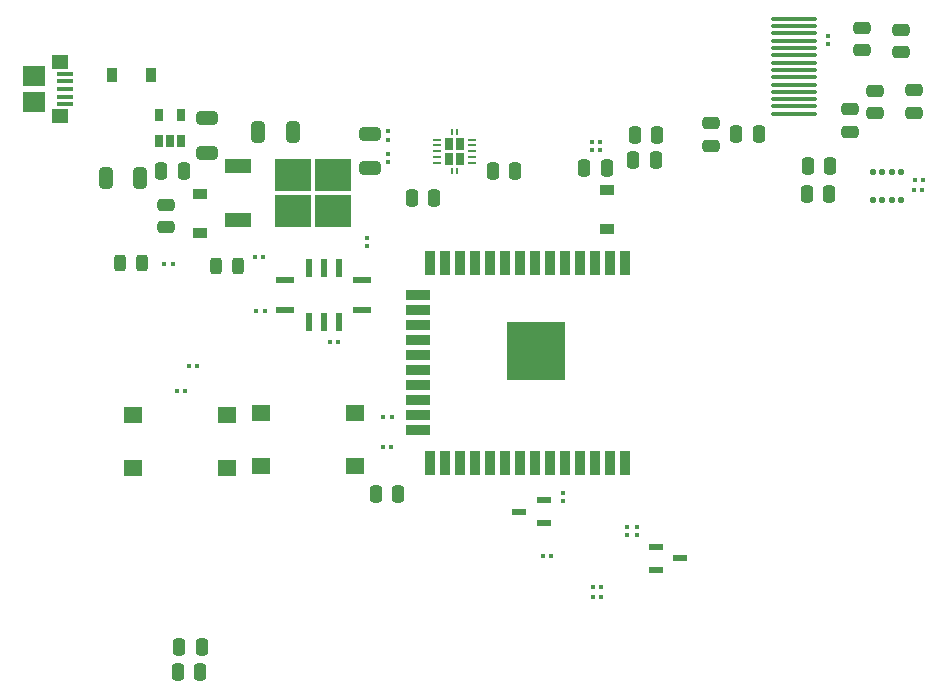
<source format=gbr>
%TF.GenerationSoftware,KiCad,Pcbnew,(5.99.0-8928-gc255dede17)*%
%TF.CreationDate,2021-02-10T00:55:28-08:00*%
%TF.ProjectId,smbpcb,736d6270-6362-42e6-9b69-6361645f7063,rev?*%
%TF.SameCoordinates,Original*%
%TF.FileFunction,Paste,Top*%
%TF.FilePolarity,Positive*%
%FSLAX46Y46*%
G04 Gerber Fmt 4.6, Leading zero omitted, Abs format (unit mm)*
G04 Created by KiCad (PCBNEW (5.99.0-8928-gc255dede17)) date 2021-02-10 00:55:28*
%MOMM*%
%LPD*%
G01*
G04 APERTURE LIST*
G04 Aperture macros list*
%AMRoundRect*
0 Rectangle with rounded corners*
0 $1 Rounding radius*
0 $2 $3 $4 $5 $6 $7 $8 $9 X,Y pos of 4 corners*
0 Add a 4 corners polygon primitive as box body*
4,1,4,$2,$3,$4,$5,$6,$7,$8,$9,$2,$3,0*
0 Add four circle primitives for the rounded corners*
1,1,$1+$1,$2,$3*
1,1,$1+$1,$4,$5*
1,1,$1+$1,$6,$7*
1,1,$1+$1,$8,$9*
0 Add four rect primitives between the rounded corners*
20,1,$1+$1,$2,$3,$4,$5,0*
20,1,$1+$1,$4,$5,$6,$7,0*
20,1,$1+$1,$6,$7,$8,$9,0*
20,1,$1+$1,$8,$9,$2,$3,0*%
G04 Aperture macros list end*
%ADD10R,0.900000X1.200000*%
%ADD11RoundRect,0.079500X-0.079500X-0.100500X0.079500X-0.100500X0.079500X0.100500X-0.079500X0.100500X0*%
%ADD12R,0.650000X1.060000*%
%ADD13RoundRect,0.250000X-0.250000X-0.475000X0.250000X-0.475000X0.250000X0.475000X-0.250000X0.475000X0*%
%ADD14RoundRect,0.250000X0.650000X-0.325000X0.650000X0.325000X-0.650000X0.325000X-0.650000X-0.325000X0*%
%ADD15R,3.050000X2.750000*%
%ADD16R,2.200000X1.200000*%
%ADD17RoundRect,0.250000X-0.325000X-0.650000X0.325000X-0.650000X0.325000X0.650000X-0.325000X0.650000X0*%
%ADD18RoundRect,0.079500X-0.100500X0.079500X-0.100500X-0.079500X0.100500X-0.079500X0.100500X0.079500X0*%
%ADD19RoundRect,0.250000X0.250000X0.475000X-0.250000X0.475000X-0.250000X-0.475000X0.250000X-0.475000X0*%
%ADD20RoundRect,0.079500X0.079500X0.100500X-0.079500X0.100500X-0.079500X-0.100500X0.079500X-0.100500X0*%
%ADD21RoundRect,0.250000X-0.475000X0.250000X-0.475000X-0.250000X0.475000X-0.250000X0.475000X0.250000X0*%
%ADD22RoundRect,0.125000X0.125000X0.137500X-0.125000X0.137500X-0.125000X-0.137500X0.125000X-0.137500X0*%
%ADD23RoundRect,0.250000X0.475000X-0.250000X0.475000X0.250000X-0.475000X0.250000X-0.475000X-0.250000X0*%
%ADD24O,0.800000X0.230000*%
%ADD25R,0.230000X0.230000*%
%ADD26R,0.260000X0.500000*%
%ADD27R,0.680000X1.050000*%
%ADD28RoundRect,0.079500X0.100500X-0.079500X0.100500X0.079500X-0.100500X0.079500X-0.100500X-0.079500X0*%
%ADD29R,1.600000X1.400000*%
%ADD30R,1.400000X0.400000*%
%ADD31R,1.900000X1.750000*%
%ADD32R,1.450000X1.150000*%
%ADD33R,1.200000X0.900000*%
%ADD34R,1.300000X0.600000*%
%ADD35RoundRect,0.250000X-0.650000X0.325000X-0.650000X-0.325000X0.650000X-0.325000X0.650000X0.325000X0*%
%ADD36RoundRect,0.243750X-0.243750X-0.456250X0.243750X-0.456250X0.243750X0.456250X-0.243750X0.456250X0*%
%ADD37O,4.000000X0.320000*%
%ADD38R,0.600000X1.500000*%
%ADD39R,1.500000X0.600000*%
%ADD40R,0.900000X2.000000*%
%ADD41R,2.000000X0.900000*%
%ADD42R,5.000000X5.000000*%
G04 APERTURE END LIST*
D10*
%TO.C,D5*%
X78600000Y-23850000D03*
X81900000Y-23850000D03*
%TD*%
D11*
%TO.C,R28*%
X83695000Y-39850000D03*
X83005000Y-39850000D03*
%TD*%
%TO.C,R26*%
X85745000Y-48500000D03*
X85055000Y-48500000D03*
%TD*%
D12*
%TO.C,U1*%
X82550000Y-29450000D03*
X83500000Y-29450000D03*
X84450000Y-29450000D03*
X84450000Y-27250000D03*
X82550000Y-27250000D03*
%TD*%
D13*
%TO.C,C9*%
X118550000Y-31750000D03*
X120450000Y-31750000D03*
%TD*%
D14*
%TO.C,C3*%
X100380800Y-31780200D03*
X100380800Y-28830200D03*
%TD*%
D13*
%TO.C,R8*%
X122725000Y-31050000D03*
X124625000Y-31050000D03*
%TD*%
D15*
%TO.C,Q1*%
X93897000Y-32333200D03*
X97247000Y-35383200D03*
X97247000Y-32333200D03*
X93897000Y-35383200D03*
D16*
X89272000Y-31578200D03*
X89272000Y-36138200D03*
%TD*%
D17*
%TO.C,R1*%
X78025000Y-32600000D03*
X80975000Y-32600000D03*
%TD*%
D18*
%TO.C,R11*%
X116757500Y-59909000D03*
X116757500Y-59219000D03*
%TD*%
D19*
%TO.C,C7*%
X133331000Y-28827300D03*
X131431000Y-28827300D03*
%TD*%
D20*
%TO.C,R15*%
X119305000Y-68100000D03*
X119995000Y-68100000D03*
%TD*%
D21*
%TO.C,C10*%
X146456400Y-25161200D03*
X146456400Y-27061200D03*
%TD*%
%TO.C,C8*%
X143154400Y-25212000D03*
X143154400Y-27112000D03*
%TD*%
D22*
%TO.C,U5*%
X145403300Y-34417400D03*
X144603300Y-34417400D03*
X143803300Y-34417400D03*
X143003300Y-34417400D03*
X143003300Y-32042400D03*
X143803300Y-32042400D03*
X144603300Y-32042400D03*
X145403300Y-32042400D03*
%TD*%
D13*
%TO.C,R22*%
X84250000Y-72300000D03*
X86150000Y-72300000D03*
%TD*%
D23*
%TO.C,C14*%
X145389600Y-21930400D03*
X145389600Y-20030400D03*
%TD*%
D13*
%TO.C,L1*%
X103950200Y-34242200D03*
X105850200Y-34242200D03*
%TD*%
D24*
%TO.C,U2*%
X109042200Y-31330600D03*
D25*
X109327200Y-31330600D03*
D24*
X109042200Y-30830600D03*
D25*
X109327200Y-30830600D03*
D24*
X109042200Y-30330600D03*
D25*
X109327200Y-30330600D03*
D24*
X109042200Y-29830600D03*
D25*
X109327200Y-29830600D03*
D24*
X109042200Y-29330600D03*
D25*
X109327200Y-29330600D03*
D24*
X106092200Y-29330600D03*
D25*
X105807200Y-29330600D03*
D24*
X106092200Y-29830600D03*
D25*
X105807200Y-29830600D03*
X105807200Y-30330600D03*
D24*
X106092200Y-30330600D03*
D25*
X105807200Y-30830600D03*
D24*
X106092200Y-30830600D03*
D25*
X105807200Y-31330600D03*
D24*
X106092200Y-31330600D03*
D26*
X107317200Y-28700600D03*
D27*
X108017200Y-30965600D03*
X107117200Y-30965600D03*
X107117200Y-29695600D03*
D26*
X107817200Y-31960600D03*
D27*
X108017200Y-29695600D03*
D26*
X107317200Y-31960600D03*
X107817200Y-28700600D03*
%TD*%
D11*
%TO.C,C12*%
X147189900Y-33636300D03*
X146499900Y-33636300D03*
%TD*%
%TO.C,R24*%
X102195000Y-55400000D03*
X101505000Y-55400000D03*
%TD*%
D23*
%TO.C,C5*%
X83132400Y-36767000D03*
X83132400Y-34867000D03*
%TD*%
D28*
%TO.C,R2*%
X101979200Y-31234400D03*
X101979200Y-30544400D03*
%TD*%
D20*
%TO.C,C16*%
X84105000Y-50600000D03*
X84795000Y-50600000D03*
%TD*%
%TO.C,R20*%
X90805000Y-43815000D03*
X91495000Y-43815000D03*
%TD*%
D29*
%TO.C,SW2*%
X80350000Y-52650000D03*
X88350000Y-52650000D03*
X80350000Y-57150000D03*
X88350000Y-57150000D03*
%TD*%
D30*
%TO.C,J1*%
X74600000Y-23750000D03*
X74600000Y-24400000D03*
X74600000Y-25050000D03*
X74600000Y-25700000D03*
X74600000Y-26350000D03*
D31*
X71950000Y-26175000D03*
X71950000Y-23925000D03*
D32*
X74180000Y-27370000D03*
X74180000Y-22730000D03*
%TD*%
D33*
%TO.C,D2*%
X120500000Y-36900000D03*
X120500000Y-33600000D03*
%TD*%
D11*
%TO.C,R6*%
X119225000Y-29500000D03*
X119915000Y-29500000D03*
%TD*%
%TO.C,R13*%
X115055000Y-64600000D03*
X115745000Y-64600000D03*
%TD*%
D17*
%TO.C,C2*%
X90975000Y-28700000D03*
X93925000Y-28700000D03*
%TD*%
D11*
%TO.C,R25*%
X91345000Y-39250000D03*
X90655000Y-39250000D03*
%TD*%
D34*
%TO.C,Q2*%
X115140500Y-61784000D03*
X115140500Y-59884000D03*
X113040500Y-60834000D03*
%TD*%
D28*
%TO.C,R14*%
X123000000Y-62845000D03*
X123000000Y-62155000D03*
%TD*%
D35*
%TO.C,C1*%
X86637600Y-27509400D03*
X86637600Y-30459400D03*
%TD*%
D36*
%TO.C,D3*%
X87387500Y-40050000D03*
X89262500Y-40050000D03*
%TD*%
D28*
%TO.C,R3*%
X101979200Y-29340000D03*
X101979200Y-28650000D03*
%TD*%
D33*
%TO.C,D1*%
X86028000Y-37263800D03*
X86028000Y-33963800D03*
%TD*%
D13*
%TO.C,R23*%
X84150000Y-74400000D03*
X86050000Y-74400000D03*
%TD*%
%TO.C,R18*%
X137378400Y-33959800D03*
X139278400Y-33959800D03*
%TD*%
D28*
%TO.C,R21*%
X139192000Y-20533800D03*
X139192000Y-21223800D03*
%TD*%
D23*
%TO.C,R7*%
X129286000Y-29855200D03*
X129286000Y-27955200D03*
%TD*%
D37*
%TO.C,U4*%
X136316800Y-27154400D03*
X136316800Y-26534400D03*
X136316800Y-25914400D03*
X136316800Y-25294400D03*
X136316800Y-24674400D03*
X136316800Y-24054400D03*
X136316800Y-23434400D03*
X136316800Y-22814400D03*
X136316800Y-22194400D03*
X136316800Y-21574400D03*
X136316800Y-20954400D03*
X136316800Y-20334400D03*
X136316800Y-19714400D03*
X136316800Y-19094400D03*
%TD*%
D23*
%TO.C,C11*%
X142087600Y-21778000D03*
X142087600Y-19878000D03*
%TD*%
D20*
%TO.C,C15*%
X101555000Y-52850000D03*
X102245000Y-52850000D03*
%TD*%
D29*
%TO.C,SW1*%
X99150000Y-57000000D03*
X91150000Y-57000000D03*
X99150000Y-52500000D03*
X91150000Y-52500000D03*
%TD*%
D36*
%TO.C,D4*%
X79275000Y-39800000D03*
X81150000Y-39800000D03*
%TD*%
D13*
%TO.C,R27*%
X100900000Y-59350000D03*
X102800000Y-59350000D03*
%TD*%
%TO.C,C4*%
X110825200Y-32029400D03*
X112725200Y-32029400D03*
%TD*%
D11*
%TO.C,R5*%
X119915000Y-30250000D03*
X119225000Y-30250000D03*
%TD*%
D23*
%TO.C,C6*%
X141017000Y-28659700D03*
X141017000Y-26759700D03*
%TD*%
D38*
%TO.C,IC1*%
X95250000Y-44750000D03*
X96500000Y-44750000D03*
X97750000Y-44750000D03*
D39*
X99750000Y-43770000D03*
X99750000Y-41230000D03*
D38*
X97750000Y-40250000D03*
X96500000Y-40250000D03*
X95250000Y-40250000D03*
D39*
X93250000Y-41230000D03*
X93250000Y-43770000D03*
%TD*%
D34*
%TO.C,Q3*%
X124600000Y-63850000D03*
X124600000Y-65750000D03*
X126700000Y-64800000D03*
%TD*%
D11*
%TO.C,R16*%
X119295000Y-67250000D03*
X119985000Y-67250000D03*
%TD*%
D18*
%TO.C,R10*%
X100203000Y-37664000D03*
X100203000Y-38354000D03*
%TD*%
D20*
%TO.C,C13*%
X147240700Y-32772700D03*
X146550700Y-32772700D03*
%TD*%
D28*
%TO.C,R12*%
X122150000Y-62155000D03*
X122150000Y-62845000D03*
%TD*%
D13*
%TO.C,R17*%
X137480000Y-31546800D03*
X139380000Y-31546800D03*
%TD*%
D19*
%TO.C,R4*%
X84650000Y-32000000D03*
X82750000Y-32000000D03*
%TD*%
D40*
%TO.C,U3*%
X122000000Y-39750000D03*
X120730000Y-39750000D03*
X119460000Y-39750000D03*
X118190000Y-39750000D03*
X116920000Y-39750000D03*
X115650000Y-39750000D03*
X114380000Y-39750000D03*
X113110000Y-39750000D03*
X111840000Y-39750000D03*
X110570000Y-39750000D03*
X109300000Y-39750000D03*
X108030000Y-39750000D03*
X106760000Y-39750000D03*
X105490000Y-39750000D03*
D41*
X104490000Y-42535000D03*
X104490000Y-43805000D03*
X104490000Y-45075000D03*
X104490000Y-46345000D03*
X104490000Y-47615000D03*
X104490000Y-48885000D03*
X104490000Y-50155000D03*
X104490000Y-51425000D03*
X104490000Y-52695000D03*
X104490000Y-53965000D03*
D40*
X105490000Y-56750000D03*
X106760000Y-56750000D03*
X108030000Y-56750000D03*
X109300000Y-56750000D03*
X110570000Y-56750000D03*
X111840000Y-56750000D03*
X113110000Y-56750000D03*
X114380000Y-56750000D03*
X115650000Y-56750000D03*
X116920000Y-56750000D03*
X118190000Y-56750000D03*
X119460000Y-56750000D03*
X120730000Y-56750000D03*
X122000000Y-56750000D03*
D42*
X114500000Y-47250000D03*
%TD*%
D20*
%TO.C,R19*%
X97703200Y-46507400D03*
X97013200Y-46507400D03*
%TD*%
D13*
%TO.C,R9*%
X122850000Y-28925000D03*
X124750000Y-28925000D03*
%TD*%
M02*

</source>
